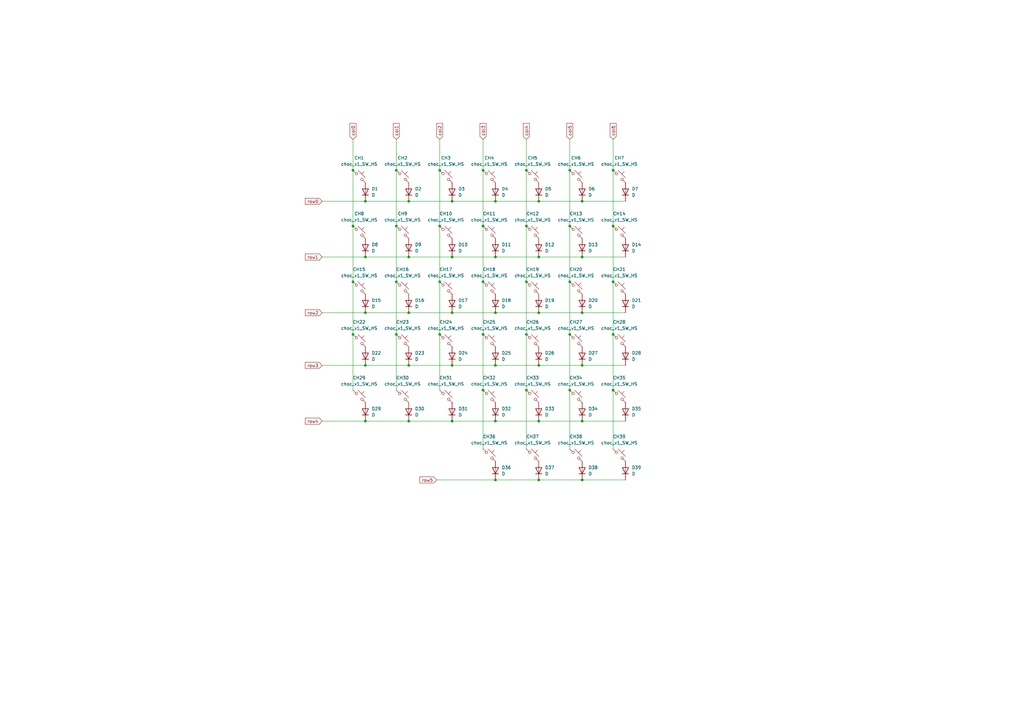
<source format=kicad_sch>
(kicad_sch (version 20231120) (generator "eeschema") (generator_version "8.0")
  (paper "A3")
  (lib_symbols
    (symbol "Device:D" (pin_numbers hide) (pin_names (offset 1.016) hide)
      (property "Reference" "D" (at 0 2.54 0))
      (property "Value" "D" (at 0 -2.54 0))
      (symbol "D_0_1"
        (polyline (pts (xy -1.27 1.27) (xy -1.27 -1.27)) (stroke (width 0.254)))
        (polyline (pts (xy 1.27 0) (xy -1.27 0)))
        (polyline (pts (xy 1.27 1.27) (xy 1.27 -1.27) (xy -1.27 0) (xy 1.27 1.27)) (stroke (width 0.254)))
      )
      (symbol "D_1_1"
        (pin passive line (at -3.81 0 0) (length 2.54) (name "K") (number "1"))
        (pin passive line (at 3.81 0 180) (length 2.54) (name "A") (number "2"))
      )
    )
    (symbol "PCM_marbastlib-choc:choc_v1_SW_HS_CPG135001S30" (pin_numbers hide) (pin_names (offset 1.016) hide)
      (property "Reference" "CH" (at 3.048 1.016 0))
      (property "Value" "choc_v1_SW_HS" (at 0 -3.81 0))
      (symbol "choc_v1_SW_HS_CPG135001S30_0_1"
        (circle (center -1.1684 1.1684) (radius 0.508))
        (polyline (pts (xy -0.508 2.54) (xy 2.54 -0.508)))
        (polyline (pts (xy 1.016 1.016) (xy 2.032 2.032)))
        (polyline (pts (xy -2.54 2.54) (xy -1.524 1.524) (xy -1.524 1.524)))
        (polyline (pts (xy 1.524 -1.524) (xy 2.54 -2.54) (xy 2.54 -2.54) (xy 2.54 -2.54)))
        (circle (center 1.143 -1.1938) (radius 0.508))
        (pin passive line (at -2.54 2.54 0) (length 0) (name "1") (number "1"))
        (pin passive line (at 2.54 -2.54 180) (length 0) (name "2") (number "2"))
      )
    )
  )
  (junction (at 162.56 92.71))
  (junction (at 167.64 128.27))
  (junction (at 162.56 137.16))
  (junction (at 167.64 82.55))
  (junction (at 203.2 149.86))
  (junction (at 220.98 105.41))
  (junction (at 198.12 69.85))
  (junction (at 238.76 128.27))
  (junction (at 251.46 160.02))
  (junction (at 162.56 69.85))
  (junction (at 167.64 172.72))
  (junction (at 144.78 115.57))
  (junction (at 220.98 82.55))
  (junction (at 233.68 69.85))
  (junction (at 251.46 92.71))
  (junction (at 144.78 69.85))
  (junction (at 198.12 137.16))
  (junction (at 220.98 172.72))
  (junction (at 144.78 92.71))
  (junction (at 180.34 69.85))
  (junction (at 149.86 128.27))
  (junction (at 203.2 196.85))
  (junction (at 220.98 196.85))
  (junction (at 215.9 115.57))
  (junction (at 203.2 172.72))
  (junction (at 198.12 160.02))
  (junction (at 149.86 82.55))
  (junction (at 203.2 82.55))
  (junction (at 233.68 92.71))
  (junction (at 167.64 149.86))
  (junction (at 251.46 137.16))
  (junction (at 238.76 196.85))
  (junction (at 180.34 92.71))
  (junction (at 203.2 105.41))
  (junction (at 198.12 92.71))
  (junction (at 144.78 137.16))
  (junction (at 220.98 149.86))
  (junction (at 233.68 160.02))
  (junction (at 167.64 105.41))
  (junction (at 220.98 128.27))
  (junction (at 185.42 149.86))
  (junction (at 215.9 92.71))
  (junction (at 215.9 137.16))
  (junction (at 162.56 115.57))
  (junction (at 238.76 149.86))
  (junction (at 180.34 137.16))
  (junction (at 185.42 105.41))
  (junction (at 215.9 69.85))
  (junction (at 185.42 172.72))
  (junction (at 238.76 82.55))
  (junction (at 185.42 82.55))
  (junction (at 238.76 172.72))
  (junction (at 203.2 128.27))
  (junction (at 251.46 115.57))
  (junction (at 149.86 172.72))
  (junction (at 149.86 105.41))
  (junction (at 238.76 105.41))
  (junction (at 251.46 69.85))
  (junction (at 198.12 115.57))
  (junction (at 185.42 128.27))
  (junction (at 180.34 115.57))
  (junction (at 233.68 137.16))
  (junction (at 215.9 160.02))
  (junction (at 149.86 149.86))
  (junction (at 233.68 115.57))
  (wire (pts (xy 198.12 92.71) (xy 198.12 115.57)))
  (wire (pts (xy 198.12 160.02) (xy 198.12 184.15)))
  (wire (pts (xy 215.9 160.02) (xy 215.9 184.15)))
  (wire (pts (xy 233.68 137.16) (xy 233.68 160.02)))
  (wire (pts (xy 215.9 137.16) (xy 215.9 160.02)))
  (wire (pts (xy 167.64 149.86) (xy 185.42 149.86)))
  (wire (pts (xy 215.9 115.57) (xy 215.9 137.16)))
  (wire (pts (xy 251.46 69.85) (xy 251.46 92.71)))
  (wire (pts (xy 149.86 105.41) (xy 167.64 105.41)))
  (wire (pts (xy 149.86 149.86) (xy 167.64 149.86)))
  (wire (pts (xy 132.08 105.41) (xy 149.86 105.41)))
  (wire (pts (xy 180.34 69.85) (xy 180.34 92.71)))
  (wire (pts (xy 132.08 128.27) (xy 149.86 128.27)))
  (wire (pts (xy 180.34 92.71) (xy 180.34 115.57)))
  (wire (pts (xy 215.9 92.71) (xy 215.9 115.57)))
  (wire (pts (xy 180.34 137.16) (xy 180.34 160.02)))
  (wire (pts (xy 162.56 92.71) (xy 162.56 115.57)))
  (wire (pts (xy 185.42 82.55) (xy 203.2 82.55)))
  (wire (pts (xy 233.68 92.71) (xy 233.68 115.57)))
  (wire (pts (xy 132.08 82.55) (xy 149.86 82.55)))
  (wire (pts (xy 238.76 172.72) (xy 256.54 172.72)))
  (wire (pts (xy 162.56 115.57) (xy 162.56 137.16)))
  (wire (pts (xy 220.98 149.86) (xy 238.76 149.86)))
  (wire (pts (xy 238.76 149.86) (xy 256.54 149.86)))
  (wire (pts (xy 233.68 115.57) (xy 233.68 137.16)))
  (wire (pts (xy 144.78 92.71) (xy 144.78 115.57)))
  (wire (pts (xy 203.2 172.72) (xy 220.98 172.72)))
  (wire (pts (xy 149.86 172.72) (xy 167.64 172.72)))
  (wire (pts (xy 238.76 196.85) (xy 256.54 196.85)))
  (wire (pts (xy 185.42 172.72) (xy 203.2 172.72)))
  (wire (pts (xy 167.64 82.55) (xy 185.42 82.55)))
  (wire (pts (xy 185.42 105.41) (xy 203.2 105.41)))
  (wire (pts (xy 179.07 196.85) (xy 203.2 196.85)))
  (wire (pts (xy 203.2 82.55) (xy 220.98 82.55)))
  (wire (pts (xy 162.56 69.85) (xy 162.56 92.71)))
  (wire (pts (xy 238.76 82.55) (xy 256.54 82.55)))
  (wire (pts (xy 220.98 105.41) (xy 238.76 105.41)))
  (wire (pts (xy 215.9 57.15) (xy 215.9 69.85)))
  (wire (pts (xy 144.78 57.15) (xy 144.78 69.85)))
  (wire (pts (xy 167.64 105.41) (xy 185.42 105.41)))
  (wire (pts (xy 162.56 137.16) (xy 162.56 160.02)))
  (wire (pts (xy 251.46 92.71) (xy 251.46 115.57)))
  (wire (pts (xy 203.2 196.85) (xy 220.98 196.85)))
  (wire (pts (xy 220.98 196.85) (xy 238.76 196.85)))
  (wire (pts (xy 144.78 69.85) (xy 144.78 92.71)))
  (wire (pts (xy 233.68 69.85) (xy 233.68 92.71)))
  (wire (pts (xy 238.76 105.41) (xy 256.54 105.41)))
  (wire (pts (xy 203.2 149.86) (xy 220.98 149.86)))
  (wire (pts (xy 220.98 82.55) (xy 238.76 82.55)))
  (wire (pts (xy 251.46 115.57) (xy 251.46 137.16)))
  (wire (pts (xy 233.68 57.15) (xy 233.68 69.85)))
  (wire (pts (xy 203.2 105.41) (xy 220.98 105.41)))
  (wire (pts (xy 180.34 115.57) (xy 180.34 137.16)))
  (wire (pts (xy 198.12 137.16) (xy 198.12 160.02)))
  (wire (pts (xy 185.42 149.86) (xy 203.2 149.86)))
  (wire (pts (xy 144.78 137.16) (xy 144.78 160.02)))
  (wire (pts (xy 251.46 137.16) (xy 251.46 160.02)))
  (wire (pts (xy 198.12 57.15) (xy 198.12 69.85)))
  (wire (pts (xy 167.64 172.72) (xy 185.42 172.72)))
  (wire (pts (xy 203.2 128.27) (xy 220.98 128.27)))
  (wire (pts (xy 149.86 128.27) (xy 167.64 128.27)))
  (wire (pts (xy 220.98 128.27) (xy 238.76 128.27)))
  (wire (pts (xy 251.46 160.02) (xy 251.46 184.15)))
  (wire (pts (xy 149.86 82.55) (xy 167.64 82.55)))
  (wire (pts (xy 144.78 115.57) (xy 144.78 137.16)))
  (wire (pts (xy 198.12 69.85) (xy 198.12 92.71)))
  (wire (pts (xy 233.68 160.02) (xy 233.68 184.15)))
  (wire (pts (xy 238.76 128.27) (xy 256.54 128.27)))
  (wire (pts (xy 251.46 57.15) (xy 251.46 69.85)))
  (wire (pts (xy 215.9 69.85) (xy 215.9 92.71)))
  (wire (pts (xy 132.08 172.72) (xy 149.86 172.72)))
  (wire (pts (xy 180.34 57.15) (xy 180.34 69.85)))
  (wire (pts (xy 132.08 149.86) (xy 149.86 149.86)))
  (wire (pts (xy 162.56 57.15) (xy 162.56 69.85)))
  (wire (pts (xy 198.12 115.57) (xy 198.12 137.16)))
  (wire (pts (xy 220.98 172.72) (xy 238.76 172.72)))
  (wire (pts (xy 185.42 128.27) (xy 203.2 128.27)))
  (wire (pts (xy 167.64 128.27) (xy 185.42 128.27)))
  (global_label "col2" (shape input) (at 180.34 57.15 90) (property "Intersheetrefs" "${INTERSHEET_REFS}" (effects (hide yes))))
  (global_label "col1" (shape input) (at 162.56 57.15 90) (property "Intersheetrefs" "${INTERSHEET_REFS}" (effects (hide yes))))
  (global_label "row4" (shape input) (at 132.08 172.72 180) (property "Intersheetrefs" "${INTERSHEET_REFS}" (effects (hide yes))))
  (global_label "row0" (shape input) (at 132.08 82.55 180) (property "Intersheetrefs" "${INTERSHEET_REFS}" (effects (hide yes))))
  (global_label "col6" (shape input) (at 251.46 57.15 90) (property "Intersheetrefs" "${INTERSHEET_REFS}" (effects (hide yes))))
  (global_label "row3" (shape input) (at 132.08 149.86 180) (property "Intersheetrefs" "${INTERSHEET_REFS}" (effects (hide yes))))
  (global_label "col4" (shape input) (at 215.9 57.15 90) (property "Intersheetrefs" "${INTERSHEET_REFS}" (effects (hide yes))))
  (global_label "col3" (shape input) (at 198.12 57.15 90) (property "Intersheetrefs" "${INTERSHEET_REFS}" (effects (hide yes))))
  (global_label "row2" (shape input) (at 132.08 128.27 180) (property "Intersheetrefs" "${INTERSHEET_REFS}" (effects (hide yes))))
  (global_label "col0" (shape input) (at 144.78 57.15 90) (property "Intersheetrefs" "${INTERSHEET_REFS}" (effects (hide yes))))
  (global_label "row5" (shape input) (at 179.07 196.85 180) (property "Intersheetrefs" "${INTERSHEET_REFS}" (effects (hide yes))))
  (global_label "row1" (shape input) (at 132.08 105.41 180) (property "Intersheetrefs" "${INTERSHEET_REFS}" (effects (hide yes))))
  (global_label "col5" (shape input) (at 233.68 57.15 90) (property "Intersheetrefs" "${INTERSHEET_REFS}" (effects (hide yes))))
  (symbol (lib_id "Device:D") (at 167.64 124.46 90) (unit 1)
    (property "Reference" "D16" (at 170.18 123.1899 90) (effects (justify right)))
    (property "Value" "D" (at 170.18 125.7299 90) (effects (justify right)))
    (property "Footprint" "Diode_SMD:D_SOD-123" (effects (hide yes)))
    (property "Description" "Diode" (effects (hide yes)))
    (property "Sim.Device" "D" (effects (hide yes)))
    (property "Sim.Pins" "1=K 2=A" (effects (hide yes)))
  )
  (symbol (lib_id "Device:D") (at 185.42 168.91 90) (unit 1)
    (property "Reference" "D31" (at 187.96 167.6399 90) (effects (justify right)))
    (property "Value" "D" (at 187.96 170.1799 90) (effects (justify right)))
    (property "Footprint" "Diode_SMD:D_SOD-123" (effects (hide yes)))
    (property "Description" "Diode" (effects (hide yes)))
    (property "Sim.Device" "D" (effects (hide yes)))
    (property "Sim.Pins" "1=K 2=A" (effects (hide yes)))
  )
  (symbol (lib_id "PCM_marbastlib-choc:choc_v1_SW_HS_CPG135001S30") (at 147.32 162.56 0) (unit 1)
    (property "Reference" "CH29" (at 147.32 154.94 0))
    (property "Value" "choc_v1_SW_HS" (at 147.32 157.48 0))
    (property "Footprint" "PCM_marbastlib-choc:SW_choc_v1_HS_CPG135001S30_1u" (effects (hide yes)))
    (property "Description" "Push button switch, normally open, two pins, 45° tilted" (effects (hide yes)))
  )
  (symbol (lib_id "Device:D") (at 238.76 146.05 90) (unit 1)
    (property "Reference" "D27" (at 241.3 144.7799 90) (effects (justify right)))
    (property "Value" "D" (at 241.3 147.3199 90) (effects (justify right)))
    (property "Footprint" "Diode_SMD:D_SOD-123" (effects (hide yes)))
    (property "Description" "Diode" (effects (hide yes)))
    (property "Sim.Device" "D" (effects (hide yes)))
    (property "Sim.Pins" "1=K 2=A" (effects (hide yes)))
  )
  (symbol (lib_id "Device:D") (at 203.2 146.05 90) (unit 1)
    (property "Reference" "D25" (at 205.74 144.7799 90) (effects (justify right)))
    (property "Value" "D" (at 205.74 147.3199 90) (effects (justify right)))
    (property "Footprint" "Diode_SMD:D_SOD-123" (effects (hide yes)))
    (property "Description" "Diode" (effects (hide yes)))
    (property "Sim.Device" "D" (effects (hide yes)))
    (property "Sim.Pins" "1=K 2=A" (effects (hide yes)))
  )
  (symbol (lib_id "PCM_marbastlib-choc:choc_v1_SW_HS_CPG135001S30") (at 236.22 95.25 0) (unit 1)
    (property "Reference" "CH13" (at 236.22 87.63 0))
    (property "Value" "choc_v1_SW_HS" (at 236.22 90.17 0))
    (property "Footprint" "PCM_marbastlib-choc:SW_choc_v1_HS_CPG135001S30_1u" (effects (hide yes)))
    (property "Description" "Push button switch, normally open, two pins, 45° tilted" (effects (hide yes)))
  )
  (symbol (lib_id "Device:D") (at 203.2 124.46 90) (unit 1)
    (property "Reference" "D18" (at 205.74 123.1899 90) (effects (justify right)))
    (property "Value" "D" (at 205.74 125.7299 90) (effects (justify right)))
    (property "Footprint" "Diode_SMD:D_SOD-123" (effects (hide yes)))
    (property "Description" "Diode" (effects (hide yes)))
    (property "Sim.Device" "D" (effects (hide yes)))
    (property "Sim.Pins" "1=K 2=A" (effects (hide yes)))
  )
  (symbol (lib_id "Device:D") (at 167.64 101.6 90) (unit 1)
    (property "Reference" "D9" (at 170.18 100.3299 90) (effects (justify right)))
    (property "Value" "D" (at 170.18 102.8699 90) (effects (justify right)))
    (property "Footprint" "Diode_SMD:D_SOD-123" (effects (hide yes)))
    (property "Description" "Diode" (effects (hide yes)))
    (property "Sim.Device" "D" (effects (hide yes)))
    (property "Sim.Pins" "1=K 2=A" (effects (hide yes)))
  )
  (symbol (lib_id "Device:D") (at 256.54 78.74 90) (unit 1)
    (property "Reference" "D7" (at 259.08 77.4699 90) (effects (justify right)))
    (property "Value" "D" (at 259.08 80.0099 90) (effects (justify right)))
    (property "Footprint" "Diode_SMD:D_SOD-123" (effects (hide yes)))
    (property "Description" "Diode" (effects (hide yes)))
    (property "Sim.Device" "D" (effects (hide yes)))
    (property "Sim.Pins" "1=K 2=A" (effects (hide yes)))
  )
  (symbol (lib_id "PCM_marbastlib-choc:choc_v1_SW_HS_CPG135001S30") (at 182.88 118.11 0) (unit 1)
    (property "Reference" "CH17" (at 182.88 110.49 0))
    (property "Value" "choc_v1_SW_HS" (at 182.88 113.03 0))
    (property "Footprint" "PCM_marbastlib-choc:SW_choc_v1_HS_CPG135001S30_1u" (effects (hide yes)))
    (property "Description" "Push button switch, normally open, two pins, 45° tilted" (effects (hide yes)))
  )
  (symbol (lib_id "Device:D") (at 167.64 168.91 90) (unit 1)
    (property "Reference" "D30" (at 170.18 167.6399 90) (effects (justify right)))
    (property "Value" "D" (at 170.18 170.1799 90) (effects (justify right)))
    (property "Footprint" "Diode_SMD:D_SOD-123" (effects (hide yes)))
    (property "Description" "Diode" (effects (hide yes)))
    (property "Sim.Device" "D" (effects (hide yes)))
    (property "Sim.Pins" "1=K 2=A" (effects (hide yes)))
  )
  (symbol (lib_id "PCM_marbastlib-choc:choc_v1_SW_HS_CPG135001S30") (at 165.1 95.25 0) (unit 1)
    (property "Reference" "CH9" (at 165.1 87.63 0))
    (property "Value" "choc_v1_SW_HS" (at 165.1 90.17 0))
    (property "Footprint" "PCM_marbastlib-choc:SW_choc_v1_HS_CPG135001S30_1.5u" (effects (hide yes)))
    (property "Description" "Push button switch, normally open, two pins, 45° tilted" (effects (hide yes)))
  )
  (symbol (lib_id "Device:D") (at 238.76 101.6 90) (unit 1)
    (property "Reference" "D13" (at 241.3 100.3299 90) (effects (justify right)))
    (property "Value" "D" (at 241.3 102.8699 90) (effects (justify right)))
    (property "Footprint" "Diode_SMD:D_SOD-123" (effects (hide yes)))
    (property "Description" "Diode" (effects (hide yes)))
    (property "Sim.Device" "D" (effects (hide yes)))
    (property "Sim.Pins" "1=K 2=A" (effects (hide yes)))
  )
  (symbol (lib_id "PCM_marbastlib-choc:choc_v1_SW_HS_CPG135001S30") (at 236.22 139.7 0) (unit 1)
    (property "Reference" "CH27" (at 236.22 132.08 0))
    (property "Value" "choc_v1_SW_HS" (at 236.22 134.62 0))
    (property "Footprint" "PCM_marbastlib-choc:SW_choc_v1_HS_CPG135001S30_1u" (effects (hide yes)))
    (property "Description" "Push button switch, normally open, two pins, 45° tilted" (effects (hide yes)))
  )
  (symbol (lib_id "PCM_marbastlib-choc:choc_v1_SW_HS_CPG135001S30") (at 236.22 162.56 0) (unit 1)
    (property "Reference" "CH34" (at 236.22 154.94 0))
    (property "Value" "choc_v1_SW_HS" (at 236.22 157.48 0))
    (property "Footprint" "PCM_marbastlib-choc:SW_choc_v1_HS_CPG135001S30_1u" (effects (hide yes)))
    (property "Description" "Push button switch, normally open, two pins, 45° tilted" (effects (hide yes)))
  )
  (symbol (lib_id "Device:D") (at 256.54 146.05 90) (unit 1)
    (property "Reference" "D28" (at 259.08 144.7799 90) (effects (justify right)))
    (property "Value" "D" (at 259.08 147.3199 90) (effects (justify right)))
    (property "Footprint" "Diode_SMD:D_SOD-123" (effects (hide yes)))
    (property "Description" "Diode" (effects (hide yes)))
    (property "Sim.Device" "D" (effects (hide yes)))
    (property "Sim.Pins" "1=K 2=A" (effects (hide yes)))
  )
  (symbol (lib_id "PCM_marbastlib-choc:choc_v1_SW_HS_CPG135001S30") (at 200.66 72.39 0) (unit 1)
    (property "Reference" "CH4" (at 200.66 64.77 0))
    (property "Value" "choc_v1_SW_HS" (at 200.66 67.31 0))
    (property "Footprint" "PCM_marbastlib-choc:SW_choc_v1_HS_CPG135001S30_1u" (effects (hide yes)))
    (property "Description" "Push button switch, normally open, two pins, 45° tilted" (effects (hide yes)))
  )
  (symbol (lib_id "PCM_marbastlib-choc:choc_v1_SW_HS_CPG135001S30") (at 254 139.7 0) (unit 1)
    (property "Reference" "CH28" (at 254 132.08 0))
    (property "Value" "choc_v1_SW_HS" (at 254 134.62 0))
    (property "Footprint" "PCM_marbastlib-choc:SW_choc_v1_HS_CPG135001S30_1u" (effects (hide yes)))
    (property "Description" "Push button switch, normally open, two pins, 45° tilted" (effects (hide yes)))
  )
  (symbol (lib_id "Device:D") (at 149.86 124.46 90) (unit 1)
    (property "Reference" "D15" (at 152.4 123.1899 90) (effects (justify right)))
    (property "Value" "D" (at 152.4 125.7299 90) (effects (justify right)))
    (property "Footprint" "Diode_SMD:D_SOD-123" (effects (hide yes)))
    (property "Description" "Diode" (effects (hide yes)))
    (property "Sim.Device" "D" (effects (hide yes)))
    (property "Sim.Pins" "1=K 2=A" (effects (hide yes)))
  )
  (symbol (lib_id "Device:D") (at 149.86 168.91 90) (unit 1)
    (property "Reference" "D29" (at 152.4 167.6399 90) (effects (justify right)))
    (property "Value" "D" (at 152.4 170.1799 90) (effects (justify right)))
    (property "Footprint" "Diode_SMD:D_SOD-123" (effects (hide yes)))
    (property "Description" "Diode" (effects (hide yes)))
    (property "Sim.Device" "D" (effects (hide yes)))
    (property "Sim.Pins" "1=K 2=A" (effects (hide yes)))
  )
  (symbol (lib_id "Device:D") (at 203.2 101.6 90) (unit 1)
    (property "Reference" "D11" (at 205.74 100.3299 90) (effects (justify right)))
    (property "Value" "D" (at 205.74 102.8699 90) (effects (justify right)))
    (property "Footprint" "Diode_SMD:D_SOD-123" (effects (hide yes)))
    (property "Description" "Diode" (effects (hide yes)))
    (property "Sim.Device" "D" (effects (hide yes)))
    (property "Sim.Pins" "1=K 2=A" (effects (hide yes)))
  )
  (symbol (lib_id "PCM_marbastlib-choc:choc_v1_SW_HS_CPG135001S30") (at 147.32 118.11 0) (unit 1)
    (property "Reference" "CH15" (at 147.32 110.49 0))
    (property "Value" "choc_v1_SW_HS" (at 147.32 113.03 0))
    (property "Footprint" "PCM_marbastlib-choc:SW_choc_v1_HS_CPG135001S30_1u" (effects (hide yes)))
    (property "Description" "Push button switch, normally open, two pins, 45° tilted" (effects (hide yes)))
  )
  (symbol (lib_id "PCM_marbastlib-choc:choc_v1_SW_HS_CPG135001S30") (at 218.44 139.7 0) (unit 1)
    (property "Reference" "CH26" (at 218.44 132.08 0))
    (property "Value" "choc_v1_SW_HS" (at 218.44 134.62 0))
    (property "Footprint" "PCM_marbastlib-choc:SW_choc_v1_HS_CPG135001S30_1u" (effects (hide yes)))
    (property "Description" "Push button switch, normally open, two pins, 45° tilted" (effects (hide yes)))
  )
  (symbol (lib_id "PCM_marbastlib-choc:choc_v1_SW_HS_CPG135001S30") (at 165.1 162.56 0) (unit 1)
    (property "Reference" "CH30" (at 165.1 154.94 0))
    (property "Value" "choc_v1_SW_HS" (at 165.1 157.48 0))
    (property "Footprint" "PCM_marbastlib-choc:SW_choc_v1_HS_CPG135001S30_1.5u" (effects (hide yes)))
    (property "Description" "Push button switch, normally open, two pins, 45° tilted" (effects (hide yes)))
  )
  (symbol (lib_id "PCM_marbastlib-choc:choc_v1_SW_HS_CPG135001S30") (at 236.22 118.11 0) (unit 1)
    (property "Reference" "CH20" (at 236.22 110.49 0))
    (property "Value" "choc_v1_SW_HS" (at 236.22 113.03 0))
    (property "Footprint" "PCM_marbastlib-choc:SW_choc_v1_HS_CPG135001S30_1u" (effects (hide yes)))
    (property "Description" "Push button switch, normally open, two pins, 45° tilted" (effects (hide yes)))
  )
  (symbol (lib_id "Device:D") (at 203.2 193.04 90) (unit 1)
    (property "Reference" "D36" (at 205.74 191.7699 90) (effects (justify right)))
    (property "Value" "D" (at 205.74 194.3099 90) (effects (justify right)))
    (property "Footprint" "Diode_SMD:D_SOD-123" (effects (hide yes)))
    (property "Description" "Diode" (effects (hide yes)))
    (property "Sim.Device" "D" (effects (hide yes)))
    (property "Sim.Pins" "1=K 2=A" (effects (hide yes)))
  )
  (symbol (lib_id "Device:D") (at 256.54 168.91 90) (unit 1)
    (property "Reference" "D35" (at 259.08 167.6399 90) (effects (justify right)))
    (property "Value" "D" (at 259.08 170.1799 90) (effects (justify right)))
    (property "Footprint" "Diode_SMD:D_SOD-123" (effects (hide yes)))
    (property "Description" "Diode" (effects (hide yes)))
    (property "Sim.Device" "D" (effects (hide yes)))
    (property "Sim.Pins" "1=K 2=A" (effects (hide yes)))
  )
  (symbol (lib_id "PCM_marbastlib-choc:choc_v1_SW_HS_CPG135001S30") (at 254 162.56 0) (unit 1)
    (property "Reference" "CH35" (at 254 154.94 0))
    (property "Value" "choc_v1_SW_HS" (at 254 157.48 0))
    (property "Footprint" "PCM_marbastlib-choc:SW_choc_v1_HS_CPG135001S30_1u" (effects (hide yes)))
    (property "Description" "Push button switch, normally open, two pins, 45° tilted" (effects (hide yes)))
  )
  (symbol (lib_id "PCM_marbastlib-choc:choc_v1_SW_HS_CPG135001S30") (at 165.1 72.39 0) (unit 1)
    (property "Reference" "CH2" (at 165.1 64.77 0))
    (property "Value" "choc_v1_SW_HS" (at 165.1 67.31 0))
    (property "Footprint" "PCM_marbastlib-choc:SW_choc_v1_HS_CPG135001S30_1.5u" (effects (hide yes)))
    (property "Description" "Push button switch, normally open, two pins, 45° tilted" (effects (hide yes)))
  )
  (symbol (lib_id "PCM_marbastlib-choc:choc_v1_SW_HS_CPG135001S30") (at 218.44 186.69 0) (unit 1)
    (property "Reference" "CH37" (at 218.44 179.07 0))
    (property "Value" "choc_v1_SW_HS" (at 218.44 181.61 0))
    (property "Footprint" "PCM_marbastlib-choc:SW_choc_v1_HS_CPG135001S30_1u" (effects (hide yes)))
    (property "Description" "Push button switch, normally open, two pins, 45° tilted" (effects (hide yes)))
  )
  (symbol (lib_id "PCM_marbastlib-choc:choc_v1_SW_HS_CPG135001S30") (at 147.32 72.39 0) (unit 1)
    (property "Reference" "CH1" (at 147.32 64.77 0))
    (property "Value" "choc_v1_SW_HS" (at 147.32 67.31 0))
    (property "Footprint" "PCM_marbastlib-choc:SW_choc_v1_HS_CPG135001S30_1u" (effects (hide yes)))
    (property "Description" "Push button switch, normally open, two pins, 45° tilted" (effects (hide yes)))
  )
  (symbol (lib_id "PCM_marbastlib-choc:choc_v1_SW_HS_CPG135001S30") (at 254 186.69 0) (unit 1)
    (property "Reference" "CH39" (at 254 179.07 0))
    (property "Value" "choc_v1_SW_HS" (at 254 181.61 0))
    (property "Footprint" "PCM_marbastlib-choc:SW_choc_v1_HS_CPG135001S30_1.5u" (effects (hide yes)))
    (property "Description" "Push button switch, normally open, two pins, 45° tilted" (effects (hide yes)))
  )
  (symbol (lib_id "Device:D") (at 149.86 146.05 90) (unit 1)
    (property "Reference" "D22" (at 152.4 144.7799 90) (effects (justify right)))
    (property "Value" "D" (at 152.4 147.3199 90) (effects (justify right)))
    (property "Footprint" "Diode_SMD:D_SOD-123" (effects (hide yes)))
    (property "Description" "Diode" (effects (hide yes)))
    (property "Sim.Device" "D" (effects (hide yes)))
    (property "Sim.Pins" "1=K 2=A" (effects (hide yes)))
  )
  (symbol (lib_id "Device:D") (at 185.42 101.6 90) (unit 1)
    (property "Reference" "D10" (at 187.96 100.3299 90) (effects (justify right)))
    (property "Value" "D" (at 187.96 102.8699 90) (effects (justify right)))
    (property "Footprint" "Diode_SMD:D_SOD-123" (effects (hide yes)))
    (property "Description" "Diode" (effects (hide yes)))
    (property "Sim.Device" "D" (effects (hide yes)))
    (property "Sim.Pins" "1=K 2=A" (effects (hide yes)))
  )
  (symbol (lib_id "Device:D") (at 220.98 168.91 90) (unit 1)
    (property "Reference" "D33" (at 223.52 167.6399 90) (effects (justify right)))
    (property "Value" "D" (at 223.52 170.1799 90) (effects (justify right)))
    (property "Footprint" "Diode_SMD:D_SOD-123" (effects (hide yes)))
    (property "Description" "Diode" (effects (hide yes)))
    (property "Sim.Device" "D" (effects (hide yes)))
    (property "Sim.Pins" "1=K 2=A" (effects (hide yes)))
  )
  (symbol (lib_id "PCM_marbastlib-choc:choc_v1_SW_HS_CPG135001S30") (at 218.44 118.11 0) (unit 1)
    (property "Reference" "CH19" (at 218.44 110.49 0))
    (property "Value" "choc_v1_SW_HS" (at 218.44 113.03 0))
    (property "Footprint" "PCM_marbastlib-choc:SW_choc_v1_HS_CPG135001S30_1u" (effects (hide yes)))
    (property "Description" "Push button switch, normally open, two pins, 45° tilted" (effects (hide yes)))
  )
  (symbol (lib_id "Device:D") (at 256.54 101.6 90) (unit 1)
    (property "Reference" "D14" (at 259.08 100.3299 90) (effects (justify right)))
    (property "Value" "D" (at 259.08 102.8699 90) (effects (justify right)))
    (property "Footprint" "Diode_SMD:D_SOD-123" (effects (hide yes)))
    (property "Description" "Diode" (effects (hide yes)))
    (property "Sim.Device" "D" (effects (hide yes)))
    (property "Sim.Pins" "1=K 2=A" (effects (hide yes)))
  )
  (symbol (lib_id "PCM_marbastlib-choc:choc_v1_SW_HS_CPG135001S30") (at 254 72.39 0) (unit 1)
    (property "Reference" "CH7" (at 254 64.77 0))
    (property "Value" "choc_v1_SW_HS" (at 254 67.31 0))
    (property "Footprint" "PCM_marbastlib-choc:SW_choc_v1_HS_CPG135001S30_1u" (effects (hide yes)))
    (property "Description" "Push button switch, normally open, two pins, 45° tilted" (effects (hide yes)))
  )
  (symbol (lib_id "PCM_marbastlib-choc:choc_v1_SW_HS_CPG135001S30") (at 200.66 162.56 0) (unit 1)
    (property "Reference" "CH32" (at 200.66 154.94 0))
    (property "Value" "choc_v1_SW_HS" (at 200.66 157.48 0))
    (property "Footprint" "PCM_marbastlib-choc:SW_choc_v1_HS_CPG135001S30_1u" (effects (hide yes)))
    (property "Description" "Push button switch, normally open, two pins, 45° tilted" (effects (hide yes)))
  )
  (symbol (lib_id "PCM_marbastlib-choc:choc_v1_SW_HS_CPG135001S30") (at 200.66 118.11 0) (unit 1)
    (property "Reference" "CH18" (at 200.66 110.49 0))
    (property "Value" "choc_v1_SW_HS" (at 200.66 113.03 0))
    (property "Footprint" "PCM_marbastlib-choc:SW_choc_v1_HS_CPG135001S30_1u" (effects (hide yes)))
    (property "Description" "Push button switch, normally open, two pins, 45° tilted" (effects (hide yes)))
  )
  (symbol (lib_id "PCM_marbastlib-choc:choc_v1_SW_HS_CPG135001S30") (at 218.44 95.25 0) (unit 1)
    (property "Reference" "CH12" (at 218.44 87.63 0))
    (property "Value" "choc_v1_SW_HS" (at 218.44 90.17 0))
    (property "Footprint" "PCM_marbastlib-choc:SW_choc_v1_HS_CPG135001S30_1u" (effects (hide yes)))
    (property "Description" "Push button switch, normally open, two pins, 45° tilted" (effects (hide yes)))
  )
  (symbol (lib_id "Device:D") (at 203.2 168.91 90) (unit 1)
    (property "Reference" "D32" (at 205.74 167.6399 90) (effects (justify right)))
    (property "Value" "D" (at 205.74 170.1799 90) (effects (justify right)))
    (property "Footprint" "Diode_SMD:D_SOD-123" (effects (hide yes)))
    (property "Description" "Diode" (effects (hide yes)))
    (property "Sim.Device" "D" (effects (hide yes)))
    (property "Sim.Pins" "1=K 2=A" (effects (hide yes)))
  )
  (symbol (lib_id "Device:D") (at 238.76 168.91 90) (unit 1)
    (property "Reference" "D34" (at 241.3 167.6399 90) (effects (justify right)))
    (property "Value" "D" (at 241.3 170.1799 90) (effects (justify right)))
    (property "Footprint" "Diode_SMD:D_SOD-123" (effects (hide yes)))
    (property "Description" "Diode" (effects (hide yes)))
    (property "Sim.Device" "D" (effects (hide yes)))
    (property "Sim.Pins" "1=K 2=A" (effects (hide yes)))
  )
  (symbol (lib_id "Device:D") (at 167.64 146.05 90) (unit 1)
    (property "Reference" "D23" (at 170.18 144.7799 90) (effects (justify right)))
    (property "Value" "D" (at 170.18 147.3199 90) (effects (justify right)))
    (property "Footprint" "Diode_SMD:D_SOD-123" (effects (hide yes)))
    (property "Description" "Diode" (effects (hide yes)))
    (property "Sim.Device" "D" (effects (hide yes)))
    (property "Sim.Pins" "1=K 2=A" (effects (hide yes)))
  )
  (symbol (lib_id "Device:D") (at 185.42 124.46 90) (unit 1)
    (property "Reference" "D17" (at 187.96 123.1899 90) (effects (justify right)))
    (property "Value" "D" (at 187.96 125.7299 90) (effects (justify right)))
    (property "Footprint" "Diode_SMD:D_SOD-123" (effects (hide yes)))
    (property "Description" "Diode" (effects (hide yes)))
    (property "Sim.Device" "D" (effects (hide yes)))
    (property "Sim.Pins" "1=K 2=A" (effects (hide yes)))
  )
  (symbol (lib_id "Device:D") (at 220.98 146.05 90) (unit 1)
    (property "Reference" "D26" (at 223.52 144.7799 90) (effects (justify right)))
    (property "Value" "D" (at 223.52 147.3199 90) (effects (justify right)))
    (property "Footprint" "Diode_SMD:D_SOD-123" (effects (hide yes)))
    (property "Description" "Diode" (effects (hide yes)))
    (property "Sim.Device" "D" (effects (hide yes)))
    (property "Sim.Pins" "1=K 2=A" (effects (hide yes)))
  )
  (symbol (lib_id "Device:D") (at 149.86 78.74 90) (unit 1)
    (property "Reference" "D1" (at 152.4 77.4699 90) (effects (justify right)))
    (property "Value" "D" (at 152.4 80.0099 90) (effects (justify right)))
    (property "Footprint" "Diode_SMD:D_SOD-123" (effects (hide yes)))
    (property "Description" "Diode" (effects (hide yes)))
    (property "Sim.Device" "D" (effects (hide yes)))
    (property "Sim.Pins" "1=K 2=A" (effects (hide yes)))
  )
  (symbol (lib_id "PCM_marbastlib-choc:choc_v1_SW_HS_CPG135001S30") (at 165.1 139.7 0) (unit 1)
    (property "Reference" "CH23" (at 165.1 132.08 0))
    (property "Value" "choc_v1_SW_HS" (at 165.1 134.62 0))
    (property "Footprint" "PCM_marbastlib-choc:SW_choc_v1_HS_CPG135001S30_1.5u" (effects (hide yes)))
    (property "Description" "Push button switch, normally open, two pins, 45° tilted" (effects (hide yes)))
  )
  (symbol (lib_id "Device:D") (at 238.76 78.74 90) (unit 1)
    (property "Reference" "D6" (at 241.3 77.4699 90) (effects (justify right)))
    (property "Value" "D" (at 241.3 80.0099 90) (effects (justify right)))
    (property "Footprint" "Diode_SMD:D_SOD-123" (effects (hide yes)))
    (property "Description" "Diode" (effects (hide yes)))
    (property "Sim.Device" "D" (effects (hide yes)))
    (property "Sim.Pins" "1=K 2=A" (effects (hide yes)))
  )
  (symbol (lib_id "PCM_marbastlib-choc:choc_v1_SW_HS_CPG135001S30") (at 200.66 139.7 0) (unit 1)
    (property "Reference" "CH25" (at 200.66 132.08 0))
    (property "Value" "choc_v1_SW_HS" (at 200.66 134.62 0))
    (property "Footprint" "PCM_marbastlib-choc:SW_choc_v1_HS_CPG135001S30_1u" (effects (hide yes)))
    (property "Description" "Push button switch, normally open, two pins, 45° tilted" (effects (hide yes)))
  )
  (symbol (lib_id "Device:D") (at 220.98 101.6 90) (unit 1)
    (property "Reference" "D12" (at 223.52 100.3299 90) (effects (justify right)))
    (property "Value" "D" (at 223.52 102.8699 90) (effects (justify right)))
    (property "Footprint" "Diode_SMD:D_SOD-123" (effects (hide yes)))
    (property "Description" "Diode" (effects (hide yes)))
    (property "Sim.Device" "D" (effects (hide yes)))
    (property "Sim.Pins" "1=K 2=A" (effects (hide yes)))
  )
  (symbol (lib_id "Device:D") (at 167.64 78.74 90) (unit 1)
    (property "Reference" "D2" (at 170.18 77.4699 90) (effects (justify right)))
    (property "Value" "D" (at 170.18 80.0099 90) (effects (justify right)))
    (property "Footprint" "Diode_SMD:D_SOD-123" (effects (hide yes)))
    (property "Description" "Diode" (effects (hide yes)))
    (property "Sim.Device" "D" (effects (hide yes)))
    (property "Sim.Pins" "1=K 2=A" (effects (hide yes)))
  )
  (symbol (lib_id "Device:D") (at 220.98 78.74 90) (unit 1)
    (property "Reference" "D5" (at 223.52 77.4699 90) (effects (justify right)))
    (property "Value" "D" (at 223.52 80.0099 90) (effects (justify right)))
    (property "Footprint" "Diode_SMD:D_SOD-123" (effects (hide yes)))
    (property "Description" "Diode" (effects (hide yes)))
    (property "Sim.Device" "D" (effects (hide yes)))
    (property "Sim.Pins" "1=K 2=A" (effects (hide yes)))
  )
  (symbol (lib_id "Device:D") (at 256.54 124.46 90) (unit 1)
    (property "Reference" "D21" (at 259.08 123.1899 90) (effects (justify right)))
    (property "Value" "D" (at 259.08 125.7299 90) (effects (justify right)))
    (property "Footprint" "Diode_SMD:D_SOD-123" (effects (hide yes)))
    (property "Description" "Diode" (effects (hide yes)))
    (property "Sim.Device" "D" (effects (hide yes)))
    (property "Sim.Pins" "1=K 2=A" (effects (hide yes)))
  )
  (symbol (lib_id "PCM_marbastlib-choc:choc_v1_SW_HS_CPG135001S30") (at 254 95.25 0) (unit 1)
    (property "Reference" "CH14" (at 254 87.63 0))
    (property "Value" "choc_v1_SW_HS" (at 254 90.17 0))
    (property "Footprint" "PCM_marbastlib-choc:SW_choc_v1_HS_CPG135001S30_1u" (effects (hide yes)))
    (property "Description" "Push button switch, normally open, two pins, 45° tilted" (effects (hide yes)))
  )
  (symbol (lib_id "Device:D") (at 185.42 78.74 90) (unit 1)
    (property "Reference" "D3" (at 187.96 77.4699 90) (effects (justify right)))
    (property "Value" "D" (at 187.96 80.0099 90) (effects (justify right)))
    (property "Footprint" "Diode_SMD:D_SOD-123" (effects (hide yes)))
    (property "Description" "Diode" (effects (hide yes)))
    (property "Sim.Device" "D" (effects (hide yes)))
    (property "Sim.Pins" "1=K 2=A" (effects (hide yes)))
  )
  (symbol (lib_id "PCM_marbastlib-choc:choc_v1_SW_HS_CPG135001S30") (at 236.22 72.39 0) (unit 1)
    (property "Reference" "CH6" (at 236.22 64.77 0))
    (property "Value" "choc_v1_SW_HS" (at 236.22 67.31 0))
    (property "Footprint" "PCM_marbastlib-choc:SW_choc_v1_HS_CPG135001S30_1u" (effects (hide yes)))
    (property "Description" "Push button switch, normally open, two pins, 45° tilted" (effects (hide yes)))
  )
  (symbol (lib_id "PCM_marbastlib-choc:choc_v1_SW_HS_CPG135001S30") (at 165.1 118.11 0) (unit 1)
    (property "Reference" "CH16" (at 165.1 110.49 0))
    (property "Value" "choc_v1_SW_HS" (at 165.1 113.03 0))
    (property "Footprint" "PCM_marbastlib-choc:SW_choc_v1_HS_CPG135001S30_1.5u" (effects (hide yes)))
    (property "Description" "Push button switch, normally open, two pins, 45° tilted" (effects (hide yes)))
  )
  (symbol (lib_id "PCM_marbastlib-choc:choc_v1_SW_HS_CPG135001S30") (at 182.88 72.39 0) (unit 1)
    (property "Reference" "CH3" (at 182.88 64.77 0))
    (property "Value" "choc_v1_SW_HS" (at 182.88 67.31 0))
    (property "Footprint" "PCM_marbastlib-choc:SW_choc_v1_HS_CPG135001S30_1u" (effects (hide yes)))
    (property "Description" "Push button switch, normally open, two pins, 45° tilted" (effects (hide yes)))
  )
  (symbol (lib_id "PCM_marbastlib-choc:choc_v1_SW_HS_CPG135001S30") (at 236.22 186.69 0) (unit 1)
    (property "Reference" "CH38" (at 236.22 179.07 0))
    (property "Value" "choc_v1_SW_HS" (at 236.22 181.61 0))
    (property "Footprint" "PCM_marbastlib-choc:SW_choc_v1_HS_CPG135001S30_1.5u" (effects (hide yes)))
    (property "Description" "Push button switch, normally open, two pins, 45° tilted" (effects (hide yes)))
  )
  (symbol (lib_id "Device:D") (at 203.2 78.74 90) (unit 1)
    (property "Reference" "D4" (at 205.74 77.4699 90) (effects (justify right)))
    (property "Value" "D" (at 205.74 80.0099 90) (effects (justify right)))
    (property "Footprint" "Diode_SMD:D_SOD-123" (effects (hide yes)))
    (property "Description" "Diode" (effects (hide yes)))
    (property "Sim.Device" "D" (effects (hide yes)))
    (property "Sim.Pins" "1=K 2=A" (effects (hide yes)))
  )
  (symbol (lib_id "PCM_marbastlib-choc:choc_v1_SW_HS_CPG135001S30") (at 147.32 139.7 0) (unit 1)
    (property "Reference" "CH22" (at 147.32 132.08 0))
    (property "Value" "choc_v1_SW_HS" (at 147.32 134.62 0))
    (property "Footprint" "PCM_marbastlib-choc:SW_choc_v1_HS_CPG135001S30_1u" (effects (hide yes)))
    (property "Description" "Push button switch, normally open, two pins, 45° tilted" (effects (hide yes)))
  )
  (symbol (lib_id "PCM_marbastlib-choc:choc_v1_SW_HS_CPG135001S30") (at 254 118.11 0) (unit 1)
    (property "Reference" "CH21" (at 254 110.49 0))
    (property "Value" "choc_v1_SW_HS" (at 254 113.03 0))
    (property "Footprint" "PCM_marbastlib-choc:SW_choc_v1_HS_CPG135001S30_1u" (effects (hide yes)))
    (property "Description" "Push button switch, normally open, two pins, 45° tilted" (effects (hide yes)))
  )
  (symbol (lib_id "PCM_marbastlib-choc:choc_v1_SW_HS_CPG135001S30") (at 182.88 162.56 0) (unit 1)
    (property "Reference" "CH31" (at 182.88 154.94 0))
    (property "Value" "choc_v1_SW_HS" (at 182.88 157.48 0))
    (property "Footprint" "PCM_marbastlib-choc:SW_choc_v1_HS_CPG135001S30_1u" (effects (hide yes)))
    (property "Description" "Push button switch, normally open, two pins, 45° tilted" (effects (hide yes)))
  )
  (symbol (lib_id "PCM_marbastlib-choc:choc_v1_SW_HS_CPG135001S30") (at 218.44 72.39 0) (unit 1)
    (property "Reference" "CH5" (at 218.44 64.77 0))
    (property "Value" "choc_v1_SW_HS" (at 218.44 67.31 0))
    (property "Footprint" "PCM_marbastlib-choc:SW_choc_v1_HS_CPG135001S30_1u" (effects (hide yes)))
    (property "Description" "Push button switch, normally open, two pins, 45° tilted" (effects (hide yes)))
  )
  (symbol (lib_id "Device:D") (at 220.98 124.46 90) (unit 1)
    (property "Reference" "D19" (at 223.52 123.1899 90) (effects (justify right)))
    (property "Value" "D" (at 223.52 125.7299 90) (effects (justify right)))
    (property "Footprint" "Diode_SMD:D_SOD-123" (effects (hide yes)))
    (property "Description" "Diode" (effects (hide yes)))
    (property "Sim.Device" "D" (effects (hide yes)))
    (property "Sim.Pins" "1=K 2=A" (effects (hide yes)))
  )
  (symbol (lib_id "PCM_marbastlib-choc:choc_v1_SW_HS_CPG135001S30") (at 182.88 139.7 0) (unit 1)
    (property "Reference" "CH24" (at 182.88 132.08 0))
    (property "Value" "choc_v1_SW_HS" (at 182.88 134.62 0))
    (property "Footprint" "PCM_marbastlib-choc:SW_choc_v1_HS_CPG135001S30_1u" (effects (hide yes)))
    (property "Description" "Push button switch, normally open, two pins, 45° tilted" (effects (hide yes)))
  )
  (symbol (lib_id "PCM_marbastlib-choc:choc_v1_SW_HS_CPG135001S30") (at 200.66 186.69 0) (unit 1)
    (property "Reference" "CH36" (at 200.66 179.07 0))
    (property "Value" "choc_v1_SW_HS" (at 200.66 181.61 0))
    (property "Footprint" "PCM_marbastlib-choc:SW_choc_v1_HS_CPG135001S30_1u" (effects (hide yes)))
    (property "Description" "Push button switch, normally open, two pins, 45° tilted" (effects (hide yes)))
  )
  (symbol (lib_id "PCM_marbastlib-choc:choc_v1_SW_HS_CPG135001S30") (at 147.32 95.25 0) (unit 1)
    (property "Reference" "CH8" (at 147.32 87.63 0))
    (property "Value" "choc_v1_SW_HS" (at 147.32 90.17 0))
    (property "Footprint" "PCM_marbastlib-choc:SW_choc_v1_HS_CPG135001S30_1u" (effects (hide yes)))
    (property "Description" "Push button switch, normally open, two pins, 45° tilted" (effects (hide yes)))
  )
  (symbol (lib_id "PCM_marbastlib-choc:choc_v1_SW_HS_CPG135001S30") (at 200.66 95.25 0) (unit 1)
    (property "Reference" "CH11" (at 200.66 87.63 0))
    (property "Value" "choc_v1_SW_HS" (at 200.66 90.17 0))
    (property "Footprint" "PCM_marbastlib-choc:SW_choc_v1_HS_CPG135001S30_1u" (effects (hide yes)))
    (property "Description" "Push button switch, normally open, two pins, 45° tilted" (effects (hide yes)))
  )
  (symbol (lib_id "PCM_marbastlib-choc:choc_v1_SW_HS_CPG135001S30") (at 218.44 162.56 0) (unit 1)
    (property "Reference" "CH33" (at 218.44 154.94 0))
    (property "Value" "choc_v1_SW_HS" (at 218.44 157.48 0))
    (property "Footprint" "PCM_marbastlib-choc:SW_choc_v1_HS_CPG135001S30_1u" (effects (hide yes)))
    (property "Description" "Push button switch, normally open, two pins, 45° tilted" (effects (hide yes)))
  )
  (symbol (lib_id "Device:D") (at 185.42 146.05 90) (unit 1)
    (property "Reference" "D24" (at 187.96 144.7799 90) (effects (justify right)))
    (property "Value" "D" (at 187.96 147.3199 90) (effects (justify right)))
    (property "Footprint" "Diode_SMD:D_SOD-123" (effects (hide yes)))
    (property "Description" "Diode" (effects (hide yes)))
    (property "Sim.Device" "D" (effects (hide yes)))
    (property "Sim.Pins" "1=K 2=A" (effects (hide yes)))
  )
  (symbol (lib_id "Device:D") (at 256.54 193.04 90) (unit 1)
    (property "Reference" "D39" (at 259.08 191.7699 90) (effects (justify right)))
    (property "Value" "D" (at 259.08 194.3099 90) (effects (justify right)))
    (property "Footprint" "Diode_SMD:D_SOD-123" (effects (hide yes)))
    (property "Description" "Diode" (effects (hide yes)))
    (property "Sim.Device" "D" (effects (hide yes)))
    (property "Sim.Pins" "1=K 2=A" (effects (hide yes)))
  )
  (symbol (lib_id "PCM_marbastlib-choc:choc_v1_SW_HS_CPG135001S30") (at 182.88 95.25 0) (unit 1)
    (property "Reference" "CH10" (at 182.88 87.63 0))
    (property "Value" "choc_v1_SW_HS" (at 182.88 90.17 0))
    (property "Footprint" "PCM_marbastlib-choc:SW_choc_v1_HS_CPG135001S30_1u" (effects (hide yes)))
    (property "Description" "Push button switch, normally open, two pins, 45° tilted" (effects (hide yes)))
  )
  (symbol (lib_id "Device:D") (at 238.76 193.04 90) (unit 1)
    (property "Reference" "D38" (at 241.3 191.7699 90) (effects (justify right)))
    (property "Value" "D" (at 241.3 194.3099 90) (effects (justify right)))
    (property "Footprint" "Diode_SMD:D_SOD-123" (effects (hide yes)))
    (property "Description" "Diode" (effects (hide yes)))
    (property "Sim.Device" "D" (effects (hide yes)))
    (property "Sim.Pins" "1=K 2=A" (effects (hide yes)))
  )
  (symbol (lib_id "Device:D") (at 149.86 101.6 90) (unit 1)
    (property "Reference" "D8" (at 152.4 100.3299 90) (effects (justify right)))
    (property "Value" "D" (at 152.4 102.8699 90) (effects (justify right)))
    (property "Footprint" "Diode_SMD:D_SOD-123" (effects (hide yes)))
    (property "Description" "Diode" (effects (hide yes)))
    (property "Sim.Device" "D" (effects (hide yes)))
    (property "Sim.Pins" "1=K 2=A" (effects (hide yes)))
  )
  (symbol (lib_id "Device:D") (at 238.76 124.46 90) (unit 1)
    (property "Reference" "D20" (at 241.3 123.1899 90) (effects (justify right)))
    (property "Value" "D" (at 241.3 125.7299 90) (effects (justify right)))
    (property "Footprint" "Diode_SMD:D_SOD-123" (effects (hide yes)))
    (property "Description" "Diode" (effects (hide yes)))
    (property "Sim.Device" "D" (effects (hide yes)))
    (property "Sim.Pins" "1=K 2=A" (effects (hide yes)))
  )
  (symbol (lib_id "Device:D") (at 220.98 193.04 90) (unit 1)
    (property "Reference" "D37" (at 223.52 191.7699 90) (effects (justify right)))
    (property "Value" "D" (at 223.52 194.3099 90) (effects (justify right)))
    (property "Footprint" "Diode_SMD:D_SOD-123" (effects (hide yes)))
    (property "Description" "Diode" (effects (hide yes)))
    (property "Sim.Device" "D" (effects (hide yes)))
    (property "Sim.Pins" "1=K 2=A" (effects (hide yes)))
  )
)
</source>
